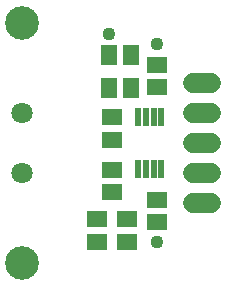
<source format=gts>
G75*
%MOIN*%
%OFA0B0*%
%FSLAX24Y24*%
%IPPOS*%
%LPD*%
%AMOC8*
5,1,8,0,0,1.08239X$1,22.5*
%
%ADD10C,0.1123*%
%ADD11R,0.0225X0.0631*%
%ADD12R,0.0572X0.0651*%
%ADD13R,0.0651X0.0572*%
%ADD14C,0.0710*%
%ADD15C,0.0660*%
%ADD16C,0.0436*%
D10*
X001725Y001725D03*
X001725Y009725D03*
D11*
X005591Y006591D03*
X005847Y006591D03*
X006103Y006591D03*
X006359Y006591D03*
X006359Y004859D03*
X006103Y004859D03*
X005847Y004859D03*
X005591Y004859D03*
D12*
X005349Y007575D03*
X004601Y007575D03*
X004601Y008675D03*
X005349Y008675D03*
D13*
X006225Y008349D03*
X006225Y007601D03*
X004725Y006599D03*
X004725Y005851D03*
X004725Y004849D03*
X004725Y004101D03*
X005225Y003199D03*
X005225Y002451D03*
X004225Y002451D03*
X004225Y003199D03*
X006225Y003101D03*
X006225Y003849D03*
D14*
X001725Y004725D03*
X001725Y006725D03*
D15*
X007425Y006725D02*
X008025Y006725D01*
X008025Y005725D02*
X007425Y005725D01*
X007425Y004725D02*
X008025Y004725D01*
X008025Y003725D02*
X007425Y003725D01*
X007425Y007725D02*
X008025Y007725D01*
D16*
X006225Y009025D03*
X004601Y009375D03*
X006225Y002451D03*
M02*

</source>
